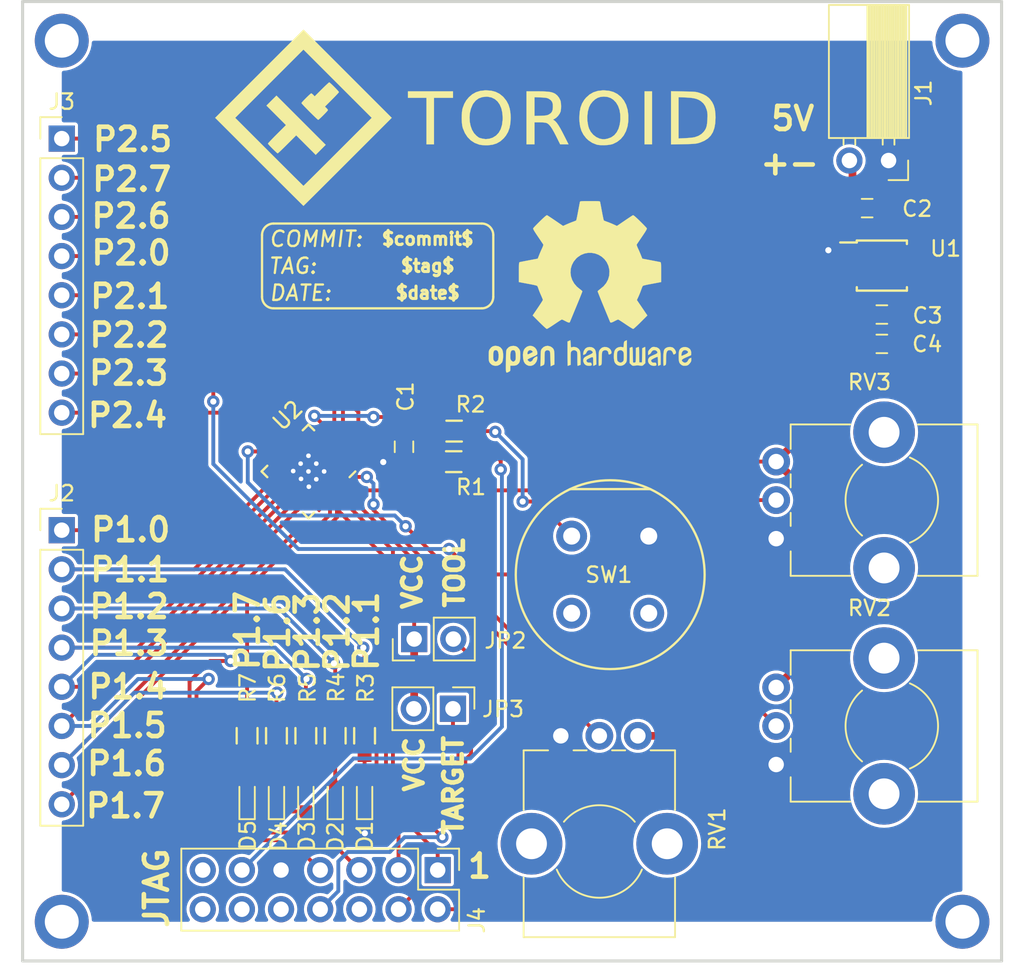
<source format=kicad_pcb>
(kicad_pcb (version 20221018) (generator pcbnew)
  (layers (0 "F.Cu" signal) (31 "B.Cu" signal) (34 "B.Paste" user) (35 "F.Paste" user) (36 "B.SilkS" user "B.Silkscreen") (37 "F.SilkS" user "F.Silkscreen") (38 "B.Mask" user) (39 "F.Mask" user) (44 "Edge.Cuts" user))
  (net 0 "")
  (net 1 "GND")
  (net 2 "/RST")
  (net 3 "Net-(C2-Pad1)")
  (net 4 "/VCC")
  (net 5 "Net-(D1-Pad2)")
  (net 6 "Net-(D2-Pad2)")
  (net 7 "Net-(D3-Pad2)")
  (net 8 "/P1.0")
  (net 9 "/P1.1")
  (net 10 "/P1.2")
  (net 11 "/P1.3")
  (net 12 "/P1.4")
  (net 13 "/P1.5")
  (net 14 "/P1.6")
  (net 15 "/P1.7")
  (net 16 "/P2.7")
  (net 17 "/P2.6")
  (net 18 "/P2.5")
  (net 19 "/P2.4")
  (net 20 "/P2.3")
  (net 21 "/P2.2")
  (net 22 "/P2.1")
  (net 23 "/P2.0")
  (net 24 "Net-(J4-Pad2)")
  (net 25 "Net-(J4-Pad4)")
  (net 26 "/TEST")
  (net 27 "Net-(R2-Pad2)")
  (net 28 "Net-(D4-Pad2)")
  (net 29 "Net-(D5-Pad2)")
  (net 30 "Net-(J4-Pad6)")
  (net 31 "Net-(J4-Pad10)")
  (net 32 "Net-(J4-Pad12)")
  (net 33 "Net-(J4-Pad13)")
  (net 34 "Net-(J4-Pad14)")
  (net 35 "Net-(SW1-Pad1)")
  (net 36 "Net-(SW1-Pad2)")
  (footprint "LEDs:LED_0603" (layer "F.Cu") (at 157.437 89.835 90)
    (fp_text reference "D4" (at -2.4178 0.1446 90) (layer "F.SilkS"))
    (fp_text value "LED")
    (pad "1" smd rect (at -0.8 0 270) (size 0.8 0.8) (layers "F.Cu" "F.Paste" "F.Mask") (net 1 "GND"))
    (pad "2" smd rect (at 0.8 0 270) (size 0.8 0.8) (layers "F.Cu" "F.Paste" "F.Mask") (net 28 "Net-(D4-Pad2)"))
  )
  (footprint "LEDs:LED_0603" (layer "F.Cu") (at 155.532 89.835 90)
    (fp_text reference "D5" (at -2.3416 0.043 90) (layer "F.SilkS"))
    (fp_text value "LED")
    (pad "1" smd rect (at -0.8 0 270) (size 0.8 0.8) (layers "F.Cu" "F.Paste" "F.Mask") (net 1 "GND"))
    (pad "2" smd rect (at 0.8 0 270) (size 0.8 0.8) (layers "F.Cu" "F.Paste" "F.Mask") (net 29 "Net-(D5-Pad2)"))
  )
  (footprint "Resistors_SMD:R_0603_HandSoldering" (layer "F.Cu") (at 157.437 85.725 -90)
    (fp_text reference "R6" (at -3.0988 -0.043 270) (layer "F.SilkS"))
    (fp_text value "330")
    (pad "1" smd rect (at -1.1 0 270) (size 1.2 0.9) (layers "F.Cu" "F.Paste" "F.Mask") (net 14 "/P1.6"))
    (pad "2" smd rect (at 1.1 0 270) (size 1.2 0.9) (layers "F.Cu" "F.Paste" "F.Mask") (net 28 "Net-(D4-Pad2)"))
  )
  (footprint "Resistors_SMD:R_0603_HandSoldering" (layer "F.Cu") (at 155.532 85.725 -90)
    (fp_text reference "R7" (at -3.0988 -0.043 270) (layer "F.SilkS"))
    (fp_text value "330")
    (pad "1" smd rect (at -1.1 0 270) (size 1.2 0.9) (layers "F.Cu" "F.Paste" "F.Mask") (net 15 "/P1.7"))
    (pad "2" smd rect (at 1.1 0 270) (size 1.2 0.9) (layers "F.Cu" "F.Paste" "F.Mask") (net 29 "Net-(D5-Pad2)"))
  )
  (footprint "TOROID-KiCad:ThermalVia_0.3mm" (layer "F.Cu") (at 159.512 67.564)
    (fp_text reference "REF**" hide)
    (fp_text value "ThermalVia_0.3mm" hide)
    (pad "1" thru_hole circle (at 0 0) (size 0.6 0.6) (drill 0.3) (layers "*.Cu") (net 1 "GND"))
  )
  (footprint "TOROID-KiCad:ThermalVia_0.3mm" (layer "F.Cu") (at 160.02 68.072)
    (fp_text reference "REF**" hide)
    (fp_text value "ThermalVia_0.3mm" hide)
    (pad "1" thru_hole circle (at 0 0) (size 0.6 0.6) (drill 0.3) (layers "*.Cu") (net 1 "GND"))
  )
  (footprint "TOROID-KiCad:ThermalVia_0.3mm" (layer "F.Cu") (at 160.528 68.58)
    (fp_text reference "REF**" hide)
    (fp_text value "ThermalVia_0.3mm" hide)
    (pad "1" thru_hole circle (at 0 0) (size 0.6 0.6) (drill 0.3) (layers "*.Cu") (net 1 "GND"))
  )
  (footprint "TOROID-KiCad:ThermalVia_0.3mm" (layer "F.Cu") (at 160.02 69.088)
    (fp_text reference "REF**" hide)
    (fp_text value "ThermalVia_0.3mm" hide)
    (pad "1" thru_hole circle (at 0 0) (size 0.6 0.6) (drill 0.3) (layers "*.Cu") (net 1 "GND"))
  )
  (footprint "TOROID-KiCad:ThermalVia_0.3mm" (layer "F.Cu") (at 159.512 68.58)
    (fp_text reference "REF**" hide)
    (fp_text value "ThermalVia_0.3mm" hide)
    (pad "1" thru_hole circle (at 0 0) (size 0.6 0.6) (drill 0.3) (layers "*.Cu") (net 1 "GND"))
  )
  (footprint "TOROID-KiCad:ThermalVia_0.3mm" (layer "F.Cu") (at 159.004 68.072)
    (fp_text reference "REF**" hide)
    (fp_text value "ThermalVia_0.3mm" hide)
    (pad "1" thru_hole circle (at 0 0) (size 0.6 0.6) (drill 0.3) (layers "*.Cu") (net 1 "GND"))
  )
  (footprint "TOROID-KiCad:ThermalVia_0.3mm" (layer "F.Cu") (at 159.5374 69.5706)
    (fp_text reference "REF**" hide)
    (fp_text value "ThermalVia_0.3mm" hide)
    (pad "1" thru_hole circle (at 0 0) (size 0.6 0.6) (drill 0.3) (layers "*.Cu") (net 1 "GND"))
  )
  (footprint "TOROID-KiCad:ThermalVia_0.3mm" (layer "F.Cu") (at 158.5214 68.5546)
    (fp_text reference "REF**" hide)
    (fp_text value "ThermalVia_0.3mm" hide)
    (pad "1" thru_hole circle (at 0 0) (size 0.6 0.6) (drill 0.3) (layers "*.Cu") (net 1 "GND"))
  )
  (footprint "TOROID-KiCad:ThermalVia_0.3mm" (layer "F.Cu") (at 159.0294 69.0626)
    (fp_text reference "REF**" hide)
    (fp_text value "ThermalVia_0.3mm" hide)
    (pad "1" thru_hole circle (at 0 0) (size 0.6 0.6) (drill 0.3) (layers "*.Cu") (net 1 "GND"))
  )
  (footprint "TOROID-KiCad:Logo_and_Name_32mm_FSilk" (layer "F.Cu") (at 169.6974 45.6438)
    (fp_text reference "G***" hide)
    (fp_text value "TOROID" hide)
  )
  (footprint "Symbols:OSHW-Logo2_14.6x12mm_SilkScreen" (layer "F.Cu") (at 177.7746 56.5912)
    (fp_text reference "REF***" hide)
    (fp_text value "OSHW-Logo2_14.6x12mm_SilkScreen" hide)
  )
  (footprint "Capacitors_SMD:C_0603_HandSoldering" (layer "F.Cu") (at 165.7096 66.9798 -90)
    (fp_text reference "C1" (at -3.2512 -0.1016 270) (layer "F.SilkS"))
    (fp_text value "1nF")
    (pad "1" smd rect (at -0.95 0 270) (size 1.2 0.75) (layers "F.Cu" "F.Paste" "F.Mask") (net 2 "/RST"))
    (pad "2" smd rect (at 0.95 0 270) (size 1.2 0.75) (layers "F.Cu" "F.Paste" "F.Mask") (net 1 "GND"))
  )
  (footprint "Capacitors_SMD:C_0603_HandSoldering" (layer "F.Cu") (at 195.75 51.5)
    (fp_text reference "C2" (at 3.2438 0.0434) (layer "F.SilkS"))
    (fp_text value "100nF")
    (pad "1" smd rect (at -0.95 0) (size 1.2 0.75) (layers "F.Cu" "F.Paste" "F.Mask") (net 3 "Net-(C2-Pad1)"))
    (pad "2" smd rect (at 0.95 0) (size 1.2 0.75) (layers "F.Cu" "F.Paste" "F.Mask") (net 1 "GND"))
  )
  (footprint "Capacitors_SMD:C_0603_HandSoldering" (layer "F.Cu") (at 196.705 58.402)
    (fp_text reference "C3" (at 2.9644 0.0688) (layer "F.SilkS"))
    (fp_text value "100nF")
    (pad "1" smd rect (at -0.95 0) (size 1.2 0.75) (layers "F.Cu" "F.Paste" "F.Mask") (net 4 "/VCC"))
    (pad "2" smd rect (at 0.95 0) (size 1.2 0.75) (layers "F.Cu" "F.Paste" "F.Mask") (net 1 "GND"))
  )
  (footprint "Capacitors_SMD:C_0603_HandSoldering" (layer "F.Cu") (at 196.705 60.307)
    (fp_text reference "C4" (at 2.939 0.018) (layer "F.SilkS"))
    (fp_text value "10uF")
    (pad "1" smd rect (at -0.95 0) (size 1.2 0.75) (layers "F.Cu" "F.Paste" "F.Mask") (net 4 "/VCC"))
    (pad "2" smd rect (at 0.95 0) (size 1.2 0.75) (layers "F.Cu" "F.Paste" "F.Mask") (net 1 "GND"))
  )
  (footprint "LEDs:LED_0603" (layer "F.Cu") (at 163.152 89.835 90)
    (fp_text reference "D1" (at -2.3924 0.0176 90) (layer "F.SilkS"))
    (fp_text value "LED")
    (pad "1" smd rect (at -0.8 0 270) (size 0.8 0.8) (layers "F.Cu" "F.Paste" "F.Mask") (net 1 "GND"))
    (pad "2" smd rect (at 0.8 0 270) (size 0.8 0.8) (layers "F.Cu" "F.Paste" "F.Mask") (net 5 "Net-(D1-Pad2)"))
  )
  (footprint "LEDs:LED_0603" (layer "F.Cu") (at 161.247 89.835 90)
    (fp_text reference "D2" (at -2.4432 0.0176 90) (layer "F.SilkS"))
    (fp_text value "LED")
    (pad "1" smd rect (at -0.8 0 270) (size 0.8 0.8) (layers "F.Cu" "F.Paste" "F.Mask") (net 1 "GND"))
    (pad "2" smd rect (at 0.8 0 270) (size 0.8 0.8) (layers "F.Cu" "F.Paste" "F.Mask") (net 6 "Net-(D2-Pad2)"))
  )
  (footprint "LEDs:LED_0603" (layer "F.Cu") (at 159.342 89.835 90)
    (fp_text reference "D3" (at -2.4178 0.0684 90) (layer "F.SilkS"))
    (fp_text value "LED")
    (pad "1" smd rect (at -0.8 0 270) (size 0.8 0.8) (layers "F.Cu" "F.Paste" "F.Mask") (net 1 "GND"))
    (pad "2" smd rect (at 0.8 0 270) (size 0.8 0.8) (layers "F.Cu" "F.Paste" "F.Mask") (net 7 "Net-(D3-Pad2)"))
  )
  (footprint "Socket_Strips:Socket_Strip_Angled_1x02_Pitch2.54mm" (layer "F.Cu") (at 197.14 48.412 -90)
    (fp_text reference "J1" (at -4.38 -2.27 270) (layer "F.SilkS"))
    (fp_text value "VIN")
    (pad "1" thru_hole rect (at 0 0 270) (size 1.7 1.7) (drill 1) (layers "*.Cu" "*.Mask") (net 1 "GND"))
    (pad "2" thru_hole oval (at 0 2.54 270) (size 1.7 1.7) (drill 1) (layers "*.Cu" "*.Mask") (net 3 "Net-(C2-Pad1)"))
  )
  (footprint "Pin_Headers:Pin_Header_Straight_1x08_Pitch2.54mm" (layer "F.Cu") (at 143.51 72.39)
    (fp_text reference "J2" (at 0 -2.39) (layer "F.SilkS"))
    (fp_text value "P1.X")
    (pad "1" thru_hole rect (at 0 0) (size 1.7 1.7) (drill 1) (layers "*.Cu" "*.Mask") (net 8 "/P1.0"))
    (pad "2" thru_hole oval (at 0 2.54) (size 1.7 1.7) (drill 1) (layers "*.Cu" "*.Mask") (net 9 "/P1.1"))
    (pad "3" thru_hole oval (at 0 5.08) (size 1.7 1.7) (drill 1) (layers "*.Cu" "*.Mask") (net 10 "/P1.2"))
    (pad "4" thru_hole oval (at 0 7.62) (size 1.7 1.7) (drill 1) (layers "*.Cu" "*.Mask") (net 11 "/P1.3"))
    (pad "5" thru_hole oval (at 0 10.16) (size 1.7 1.7) (drill 1) (layers "*.Cu" "*.Mask") (net 12 "/P1.4"))
    (pad "6" thru_hole oval (at 0 12.7) (size 1.7 1.7) (drill 1) (layers "*.Cu" "*.Mask") (net 13 "/P1.5"))
    (pad "7" thru_hole oval (at 0 15.24) (size 1.7 1.7) (drill 1) (layers "*.Cu" "*.Mask") (net 14 "/P1.6"))
    (pad "8" thru_hole oval (at 0 17.78) (size 1.7 1.7) (drill 1) (layers "*.Cu" "*.Mask") (net 15 "/P1.7"))
  )
  (footprint "Pin_Headers:Pin_Header_Straight_1x08_Pitch2.54mm" (layer "F.Cu") (at 143.51 46.99)
    (fp_text reference "J3" (at 0 -2.39) (layer "F.SilkS"))
    (fp_text value "P2.X")
    (pad "1" thru_hole rect (at 0 0) (size 1.7 1.7) (drill 1) (layers "*.Cu" "*.Mask") (net 18 "/P2.5"))
    (pad "2" thru_hole oval (at 0 2.54) (size 1.7 1.7) (drill 1) (layers "*.Cu" "*.Mask") (net 16 "/P2.7"))
    (pad "3" thru_hole oval (at 0 5.08) (size 1.7 1.7) (drill 1) (layers "*.Cu" "*.Mask") (net 17 "/P2.6"))
    (pad "4" thru_hole oval (at 0 7.62) (size 1.7 1.7) (drill 1) (layers "*.Cu" "*.Mask") (net 23 "/P2.0"))
    (pad "5" thru_hole oval (at 0 10.16) (size 1.7 1.7) (drill 1) (layers "*.Cu" "*.Mask") (net 22 "/P2.1"))
    (pad "6" thru_hole oval (at 0 12.7) (size 1.7 1.7) (drill 1) (layers "*.Cu" "*.Mask") (net 21 "/P2.2"))
    (pad "7" thru_hole oval (at 0 15.24) (size 1.7 1.7) (drill 1) (layers "*.Cu" "*.Mask") (net 20 "/P2.3"))
    (pad "8" thru_hole oval (at 0 17.78) (size 1.7 1.7) (drill 1) (layers "*.Cu" "*.Mask") (net 19 "/P2.4"))
  )
  (footprint "Pin_Headers:Pin_Header_Straight_2x07_Pitch2.54mm" (layer "F.Cu") (at 167.894 94.4372 -90)
    (fp_text reference "J4" (at 3.2512 -2.54 270) (layer "F.SilkS"))
    (fp_text value "JTAG-MSP430")
    (pad "1" thru_hole rect (at 0 0 270) (size 1.7 1.7) (drill 1) (layers "*.Cu" "*.Mask") (net 15 "/P1.7"))
    (pad "2" thru_hole oval (at 2.54 0 270) (size 1.7 1.7) (drill 1) (layers "*.Cu" "*.Mask") (net 24 "Net-(J4-Pad2)"))
    (pad "3" thru_hole oval (at 0 2.54 270) (size 1.7 1.7) (drill 1) (layers "*.Cu" "*.Mask") (net 14 "/P1.6"))
    (pad "4" thru_hole oval (at 2.54 2.54 270) (size 1.7 1.7) (drill 1) (layers "*.Cu" "*.Mask") (net 25 "Net-(J4-Pad4)"))
    (pad "5" thru_hole oval (at 0 5.08 270) (size 1.7 1.7) (drill 1) (layers "*.Cu" "*.Mask") (net 13 "/P1.5"))
    (pad "6" thru_hole oval (at 2.54 5.08 270) (size 1.7 1.7) (drill 1) (layers "*.Cu" "*.Mask") (net 30 "Net-(J4-Pad6)"))
    (pad "7" thru_hole oval (at 0 7.62 270) (size 1.7 1.7) (drill 1) (layers "*.Cu" "*.Mask") (net 12 "/P1.4"))
    (pad "8" thru_hole oval (at 2.54 7.62 270) (size 1.7 1.7) (drill 1) (layers "*.Cu" "*.Mask") (net 26 "/TEST"))
    (pad "9" thru_hole oval (at 0 10.16 270) (size 1.7 1.7) (drill 1) (layers "*.Cu" "*.Mask") (net 1 "GND"))
    (pad "10" thru_hole oval (at 2.54 10.16 270) (size 1.7 1.7) (drill 1) (layers "*.Cu" "*.Mask") (net 31 "Net-(J4-Pad10)"))
    (pad "11" thru_hole oval (at 0 12.7 270) (size 1.7 1.7) (drill 1) (layers "*.Cu" "*.Mask") (net 2 "/RST"))
    (pad "12" thru_hole oval (at 2.54 12.7 270) (size 1.7 1.7) (drill 1) (layers "*.Cu" "*.Mask") (net 32 "Net-(J4-Pad12)"))
    (pad "13" thru_hole oval (at 0 15.24 270) (size 1.7 1.7) (drill 1) (layers "*.Cu" "*.Mask") (net 33 "Net-(J4-Pad13)"))
    (pad "14" thru_hole oval (at 2.54 15.24 270) (size 1.7 1.7) (drill 1) (layers "*.Cu" "*.Mask") (net 34 "Net-(J4-Pad14)"))
  )
  (footprint "Pin_Headers:Pin_Header_Straight_1x02_Pitch2.54mm" (layer "F.Cu") (at 166.37 79.4512 90)
    (fp_text reference "JP2" (at -0.1016 5.9182 180) (layer "F.SilkS"))
    (fp_text value "VCCTOOL")
    (pad "1" thru_hole rect (at 0 0 90) (size 1.7 1.7) (drill 1) (layers "*.Cu" "*.Mask") (net 4 "/VCC"))
    (pad "2" thru_hole oval (at 0 2.54 90) (size 1.7 1.7) (drill 1) (layers "*.Cu" "*.Mask") (net 24 "Net-(J4-Pad2)"))
  )
  (footprint "Pin_Headers:Pin_Header_Straight_1x02_Pitch2.54mm" (layer "F.Cu") (at 168.8846 83.9724 -90)
    (fp_text reference "JP3" (at 0.0254 -3.2512) (layer "F.SilkS"))
    (fp_text value "VCCTARGET")
    (pad "1" thru_hole rect (at 0 0 270) (size 1.7 1.7) (drill 1) (layers "*.Cu" "*.Mask") (net 25 "Net-(J4-Pad4)"))
    (pad "2" thru_hole oval (at 0 2.54 270) (size 1.7 1.7) (drill 1) (layers "*.Cu" "*.Mask") (net 4 "/VCC"))
  )
  (footprint "Mounting_Holes:MountingHole_2.2mm_M2_ISO7380_Pad" (layer "F.Cu") (at 143.51 97.79)
    (fp_text reference "MNT1" hide)
    (fp_text value "MountHole")
    (pad "1" thru_hole circle (at 0 0) (size 3.5 3.5) (drill 2.2) (layers "*.Cu" "*.Mask"))
  )
  (footprint "Mounting_Holes:MountingHole_2.2mm_M2_ISO7380_Pad" (layer "F.Cu") (at 201.93 40.64)
    (fp_text reference "MNT2" hide)
    (fp_text value "MountHole")
    (pad "1" thru_hole circle (at 0 0) (size 3.5 3.5) (drill 2.2) (layers "*.Cu" "*.Mask"))
  )
  (footprint "Mounting_Holes:MountingHole_2.2mm_M2_ISO7380_Pad" (layer "F.Cu") (at 201.93 97.79)
    (fp_text reference "MNT3" hide)
    (fp_text value "MountHole")
    (pad "1" thru_hole circle (at 0 0) (size 3.5 3.5) (drill 2.2) (layers "*.Cu" "*.Mask"))
  )
  (footprint "Mounting_Holes:MountingHole_2.2mm_M2_ISO7380_Pad" (layer "F.Cu") (at 143.51 40.64)
    (fp_text reference "MNT4" hide)
    (fp_text value "MountHole")
    (pad "1" thru_hole circle (at 0 0) (size 3.5 3.5) (drill 2.2) (layers "*.Cu" "*.Mask"))
  )
  (footprint "Resistors_SMD:R_0603_HandSoldering" (layer "F.Cu") (at 168.9354 67.945 180)
    (fp_text reference "R1" (at -1.1176 -1.651 180) (layer "F.SilkS"))
    (fp_text value "33k")
    (pad "1" smd rect (at -1.1 0 180) (size 1.2 0.9) (layers "F.Cu" "F.Paste" "F.Mask") (net 4 "/VCC"))
    (pad "2" smd rect (at 1.1 0 180) (size 1.2 0.9) (layers "F.Cu" "F.Paste" "F.Mask") (net 2 "/RST"))
  )
  (footprint "Resistors_SMD:R_0603_HandSoldering" (layer "F.Cu") (at 168.9608 65.9638)
    (fp_text reference "R2" (at 1.0668 -1.7272) (layer "F.SilkS"))
    (fp_text value "330")
    (pad "1" smd rect (at -1.1 0) (size 1.2 0.9) (layers "F.Cu" "F.Paste" "F.Mask") (net 2 "/RST"))
    (pad "2" smd rect (at 1.1 0) (size 1.2 0.9) (layers "F.Cu" "F.Paste" "F.Mask") (net 27 "Net-(R2-Pad2)"))
  )
  (footprint "Resistors_SMD:R_0603_HandSoldering" (layer "F.Cu") (at 163.152 85.725 -90)
    (fp_text reference "R3" (at -3.0988 -0.0684 270) (layer "F.SilkS"))
    (fp_text value "330")
    (pad "1" smd rect (at -1.1 0 270) (size 1.2 0.9) (layers "F.Cu" "F.Paste" "F.Mask") (net 9 "/P1.1"))
    (pad "2" smd rect (at 1.1 0 270) (size 1.2 0.9) (layers "F.Cu" "F.Paste" "F.Mask") (net 5 "Net-(D1-Pad2)"))
  )
  (footprint "Resistors_SMD:R_0603_HandSoldering" (layer "F.Cu") (at 161.247 85.725 -90)
    (fp_text reference "R4" (at -3.1242 -0.0684 270) (layer "F.SilkS"))
    (fp_text value "330")
    (pad "1" smd rect (at -1.1 0 270) (size 1.2 0.9) (layers "F.Cu" "F.Paste" "F.Mask") (net 10 "/P1.2"))
    (pad "2" smd rect (at 1.1 0 270) (size 1.2 0.9) (layers "F.Cu" "F.Paste" "F.Mask") (net 6 "Net-(D2-Pad2)"))
  )
  (footprint "Resistors_SMD:R_0603_HandSoldering" (layer "F.Cu") (at 159.342 85.725 -90)
    (fp_text reference "R5" (at -3.0988 -0.1192 270) (layer "F.SilkS"))
    (fp_text value "330")
    (pad "1" smd rect (at -1.1 0 270) (size 1.2 0.9) (layers "F.Cu" "F.Paste" "F.Mask") (net 11 "/P1.3"))
    (pad "2" smd rect (at 1.1 0 270) (size 1.2 0.9) (layers "F.Cu" "F.Paste" "F.Mask") (net 7 "Net-(D3-Pad2)"))
  )
  (footprint "Potentiometers:Potentiometer_Bourns_PTV09A-1_Horizontal" (layer "F.Cu") (at 175.88 85.73 -90)
    (fp_text reference "RV1" (at 6.05 -10.15 270) (layer "F.SilkS"))
    (fp_text value "POT")
    (pad "" np_thru_hole circle (at 7 -6.9 270) (size 4 4) (drill 2) (layers "*.Cu" "*.Mask"))
    (pad "" np_thru_hole circle (at 7 1.9 270) (size 4 4) (drill 2) (layers "*.Cu" "*.Mask"))
    (pad "1" thru_hole circle (at 0 0 270) (size 1.8 1.8) (drill 1) (layers "*.Cu" "*.Mask") (net 1 "GND"))
    (pad "2" thru_hole circle (at 0 -2.5 270) (size 1.8 1.8) (drill 1) (layers "*.Cu" "*.Mask") (net 18 "/P2.5"))
    (pad "3" thru_hole circle (at 0 -5 270) (size 1.8 1.8) (drill 1) (layers "*.Cu" "*.Mask") (net 4 "/VCC"))
  )
  (footprint "Potentiometers:Potentiometer_Bourns_PTV09A-1_Horizontal" (layer "F.Cu") (at 189.85 87.59)
    (fp_text reference "RV2" (at 6.05 -10.15) (layer "F.SilkS"))
    (fp_text value "POT")
    (pad "" np_thru_hole circle (at 7 -6.9) (size 4 4) (drill 2) (layers "*.Cu" "*.Mask"))
    (pad "" np_thru_hole circle (at 7 1.9) (size 4 4) (drill 2) (layers "*.Cu" "*.Mask"))
    (pad "1" thru_hole circle (at 0 0) (size 1.8 1.8) (drill 1) (layers "*.Cu" "*.Mask") (net 1 "GND"))
    (pad "2" thru_hole circle (at 0 -2.5) (size 1.8 1.8) (drill 1) (layers "*.Cu" "*.Mask") (net 19 "/P2.4"))
    (pad "3" thru_hole circle (at 0 -5) (size 1.8 1.8) (drill 1) (layers "*.Cu" "*.Mask") (net 4 "/VCC"))
  )
  (footprint "Potentiometers:Potentiometer_Bourns_PTV09A-1_Horizontal" (layer "F.Cu") (at 189.85 72.94)
    (fp_text reference "RV3" (at 6.05 -10.15) (layer "F.SilkS"))
    (fp_text value "POT")
    (pad "" np_thru_hole circle (at 7 -6.9) (size 4 4) (drill 2) (layers "*.Cu" "*.Mask"))
    (pad "" np_thru_hole circle (at 7 1.9) (size 4 4) (drill 2) (layers "*.Cu" "*.Mask"))
    (pad "1" thru_hole circle (at 0 0) (size 1.8 1.8) (drill 1) (layers "*.Cu" "*.Mask") (net 1 "GND"))
    (pad "2" thru_hole circle (at 0 -2.5) (size 1.8 1.8) (drill 1) (layers "*.Cu" "*.Mask") (net 20 "/P2.3"))
    (pad "3" thru_hole circle (at 0 -5) (size 1.8 1.8) (drill 1) (layers "*.Cu" "*.Mask") (net 4 "/VCC"))
  )
  (footprint "Buttons_Switches_THT:Push_E-Switch_KS01Q01" (layer "F.Cu") (at 181.5846 77.7748 180)
    (fp_text reference "SW1" (at 2.5908 2.4892 180) (layer "F.SilkS"))
    (fp_text value "SW_Push_Dual")
    (pad "1" thru_hole circle (at 0 0 180) (size 2 2) (drill 1.1) (layers "*.Cu" "*.Mask") (net 35 "Net-(SW1-Pad1)"))
    (pad "2" thru_hole circle (at 5 0 180) (size 2 2) (drill 1.1) (layers "*.Cu" "*.Mask") (net 36 "Net-(SW1-Pad2)"))
    (pad "3" thru_hole circle (at 0 5 180) (size 2 2) (drill 1.1) (layers "*.Cu" "*.Mask") (net 1 "GND"))
    (pad "4" thru_hole circle (at 5 5 180) (size 2 2) (drill 1.1) (layers "*.Cu" "*.Mask") (net 27 "Net-(R2-Pad2)"))
  )
  (footprint "Housings_SSOP:TSSOP-8_3x3mm_Pitch0.65mm" (layer "F.Cu") (at 196.705 55.227)
    (fp_text reference "U1" (at 4.1328 -1.0996) (layer "F.SilkS"))
    (fp_text value "ADP1720ARMZ-3.3-R7")
    (pad "1" smd rect (at -2.15 -0.975) (size 1.1 0.4) (layers "F.Cu" "F.Paste" "F.Mask") (net 1 "GND"))
    (pad "2" smd rect (at -2.15 -0.325) (size 1.1 0.4) (layers "F.Cu" "F.Paste" "F.Mask") (net 3 "Net-(C2-Pad1)"))
    (pad "3" smd rect (at -2.15 0.325) (size 1.1 0.4) (layers "F.Cu" "F.Paste" "F.Mask") (net 4 "/VCC"))
    (pad "4" smd rect (at -2.15 0.975) (size 1.1 0.4) (layers "F.Cu" "F.Paste" "F.Mask") (net 3 "Net-(C2-Pad1)"))
    (pad "5" smd rect (at 2.15 0.975) (size 1.1 0.4) (layers "F.Cu" "F.Paste" "F.Mask") (net 1 "GND"))
    (pad "6" smd rect (at 2.15 0.325) (size 1.1 0.4) (layers "F.Cu" "F.Paste" "F.Mask") (net 1 "GND"))
    (pad "7" smd rect (at 2.15 -0.325) (size 1.1 0.4) (layers "F.Cu" "F.Paste" "F.Mask") (net 1 "GND"))
    (pad "8" smd rect (at 2.15 -0.975) (size 1.1 0.4) (layers "F.Cu" "F.Paste" "F.Mask") (net 1 "GND"))
  )
  (footprint "Housings_DFN_QFN:QFN-24_4x4mm_Pitch0.5mm_NoMask" (layer "F.Cu") (at 159.512 68.58 -135)
    (fp_text reference "U2" (at -1.616446 3.52026 225) (layer "F.SilkS"))
    (fp_text value "MSP430F2101IRGE")
    (pad "1" smd rect (at -1.95 -1.25 225) (size 0.85 0.3) (layers "F.Cu" "F.Paste" "F.Mask"))
    (pad "2" smd rect (at -1.95 -0.75 225) (size 0.85 0.3) (layers "F.Cu" "F.Paste" "F.Mask") (net 1 "GND"))
    (pad "3" smd rect (at -1.95 -0.25 225) (size 0.85 0.3) (layers "F.Cu" "F.Paste" "F.Mask") (net 16 "/P2.7"))
    (pad "4" smd rect (at -1.95 0.25 225) (size 0.85 0.3) (layers "F.Cu" "F.Paste" "F.Mask") (net 17 "/P2.6"))
    (pad "5" smd rect (at -1.95 0.75 225) (size 0.85 0.3) (layers "F.Cu" "F.Paste" "F.Mask") (net 2 "/RST"))
    (pad "6" smd rect (at -1.95 1.25 225) (size 0.85 0.3) (layers "F.Cu" "F.Paste" "F.Mask") (net 23 "/P2.0"))
    (pad "7" smd rect (at -1.25 1.95 315) (size 0.85 0.3) (layers "F.Cu" "F.Paste" "F.Mask") (net 22 "/P2.1"))
    (pad "8" smd rect (at -0.75 1.95 315) (size 0.85 0.3) (layers "F.Cu" "F.Paste" "F.Mask") (net 21 "/P2.2"))
    (pad "9" smd rect (at -0.25 1.95 315) (size 0.85 0.3) (layers "F.Cu" "F.Paste" "F.Mask"))
    (pad "10" smd rect (at 0.25 1.95 315) (size 0.85 0.3) (layers "F.Cu" "F.Paste" "F.Mask") (net 20 "/P2.3"))
    (pad "11" smd rect (at 0.75 1.95 315) (size 0.85 0.3) (layers "F.Cu" "F.Paste" "F.Mask") (net 19 "/P2.4"))
    (pad "12" smd rect (at 1.25 1.95 315) (size 0.85 0.3) (layers "F.Cu" "F.Paste" "F.Mask"))
    (pad "13" smd rect (at 1.95 1.25 225) (size 0.85 0.3) (layers "F.Cu" "F.Paste" "F.Mask") (net 8 "/P1.0"))
    (pad "14" smd rect (at 1.95 0.75 225) (size 0.85 0.3) (layers "F.Cu" "F.Paste" "F.Mask") (net 9 "/P1.1"))
    (pad "15" smd rect (at 1.95 0.25 225) (size 0.85 0.3) (layers "F.Cu" "F.Paste" "F.Mask") (net 10 "/P1.2"))
    (pad "16" smd rect (at 1.95 -0.25 225) (size 0.85 0.3) (layers "F.Cu" "F.Paste" "F.Mask") (net 11 "/P1.3"))
    (pad "17" smd rect (at 1.95 -0.75 225) (size 0.85 0.3) (layers "F.Cu" "F.Paste" "F.Mask") (net 12 "/P1.4"))
    (pad "18" smd rect (at 1.95 -1.25 225) (size 0.85 0.3) (layers "F.Cu" "F.Paste" "F.Mask") (net 13 "/P1.5"))
    (pad "19" smd rect (at 1.25 -1.95 315) (size 0.85 0.3) (layers "F.Cu" "F.Paste" "F.Mask"))
    (pad "20" smd rect (at 0.75 -1.95 315) (size 0.85 0.3) (layers "F.Cu" "F.Paste" "F.Mask") (net 14 "/P1.6"))
    (pad "21" smd rect (at 0.25 -1.95 315) (size 0.85 0.3) (layers "F.Cu" "F.Paste" "F.Mask") (net 15 "/P1.7"))
    (pad "22" smd rect (at -0.25 -1.95 315) (size 0.85 0.3) (layers "F.Cu" "F.Paste" "F.Mask") (net 26 "/TEST"))
    (pad "23" smd rect (at -0.75 -1.95 315) (size 0.85 0.3) (layers "F.Cu" "F.Paste" "F.Mask") (net 4 "/VCC"))
    (pad "24" smd rect (at -1.25 -1.95 315) (size 0.85 0.3) (layers "F.Cu" "F.Paste" "F.Mask") (net 18 "/P2.5"))
  )
  (footprint "toroid-kicad:commit-trace" (layer "F.Cu") (at 164 55.5)
    (fp_text reference "REF**" hide)
    (fp_text value "commit-trace-small" hide)
    (fp_text user "DATE:" (at -5 1.5) (layer "F.SilkS") (effects (font (thickness 0.15) italic)))
    (fp_text user "TAG:" (at -5.5 -0.25) (layer "F.SilkS") (effects (font (thickness 0.15) italic)))
    (fp_text user "$date$" (at 3.25 1.5) (layer "F.SilkS") (effects (font (size 0.8 0.8) (thickness 0.2))))
    (fp_text user "COMMIT:" (at -4 -2) (layer "F.SilkS") (effects (font (thickness 0.15) italic)))
    (fp_text user "$tag$" (at 3.25 -0.25) (layer "F.SilkS") (effects (font (size 0.8 0.8) (thickness 0.2))))
    (fp_text user "$commit$" (at 3.25 -2) (layer "F.SilkS") (effects (font (size 0.8 0.8) (thickness 0.2))))
  )
  (gr_line (start 204.47 100.33) (end 140.97 100.33) (stroke (width 0.2)) (layer "Edge.Cuts"))
  (gr_line (start 140.97 38.1) (end 204.47 38.1) (stroke (width 0.2)) (layer "Edge.Cuts"))
  (gr_line (start 140.97 100.33) (end 140.97 38.1) (stroke (width 0.2)) (layer "Edge.Cuts"))
  (gr_line (start 204.47 38.1) (end 204.47 100.33) (stroke (width 0.2)) (layer "Edge.Cuts"))
  (gr_text "P1.1" (at 147.9296 74.9554) (layer "F.SilkS") (effects (font (size 1.5 1.5) (thickness 0.3))))
  (gr_text "P1.2" (at 147.8788 77.343) (layer "F.SilkS") (effects (font (size 1.5 1.5) (thickness 0.3))))
  (gr_text "P1.3" (at 147.8788 79.7306) (layer "F.SilkS") (effects (font (size 1.5 1.5) (thickness 0.3))))
  (gr_text "P1.4" (at 147.8026 82.55) (layer "F.SilkS") (effects (font (size 1.5 1.5) (thickness 0.3))))
  (gr_text "P1.5" (at 147.7518 85.0646) (layer "F.SilkS") (effects (font (size 1.5 1.5) (thickness 0.3))))
  (gr_text "P1.6" (at 147.7264 87.5284) (layer "F.SilkS") (effects (font (size 1.5 1.5) (thickness 0.3))))
  (gr_text "P1.7" (at 147.6502 90.2716) (layer "F.SilkS") (effects (font (size 1.5 1.5) (thickness 0.3))))
  (gr_text "P2.3" (at 147.8534 62.2046) (layer "F.SilkS") (effects (font (size 1.5 1.5) (thickness 0.3))))
  (gr_text "P2.6" (at 148.0058 52.0192) (layer "F.SilkS") (effects (font (size 1.5 1.5) (thickness 0.3))))
  (gr_text "P2.1" (at 147.9296 57.2262) (layer "F.SilkS") (effects (font (size 1.5 1.5) (thickness 0.3))))
  (gr_text "P2.2" (at 147.8788 59.7408) (layer "F.SilkS") (effects (font (size 1.5 1.5) (thickness 0.3))))
  (gr_text "P2.4" (at 147.7772 64.9478) (layer "F.SilkS") (effects (font (size 1.5 1.5) (thickness 0.3))))
  (gr_text "P2.0" (at 148.0058 54.4068) (layer "F.SilkS") (effects (font (size 1.5 1.5) (thickness 0.3))))
  (gr_text "P2.5" (at 148.1074 47.0408) (layer "F.SilkS") (effects (font (size 1.5 1.5) (thickness 0.3))))
  (gr_text "P2.7" (at 148.0566 49.6316) (layer "F.SilkS") (effects (font (size 1.5 1.5) (thickness 0.3))))
  (gr_text "P1.7" (at 155.5496 78.8924 90) (layer "F.SilkS") (effects (font (size 1.5 1.5) (thickness 0.3))))
  (gr_text "P1.6" (at 157.5054 79.0194 90) (layer "F.SilkS") (effects (font (size 1.5 1.5) (thickness 0.3))))
  (gr_text "P1.3" (at 159.4358 78.994 90) (layer "F.SilkS") (effects (font (size 1.5 1.5) (thickness 0.3))))
  (gr_text "P1.2" (at 161.3662 78.994 90) (layer "F.SilkS") (effects (font (size 1.5 1.5) (thickness 0.3))))
  (gr_text "P1.1" (at 163.2712 78.9432 90) (layer "F.SilkS") (effects (font (size 1.5 1.5) (thickness 0.3))))
  (gr_text "TOOL" (at 168.9862 75.1586 90) (layer "F.SilkS") (effects (font (size 1.2 1.2) (thickness 0.3))))
  (gr_text "VCC" (at 166.37 87.5792 90) (layer "F.SilkS") (effects (font (size 1.2 1.2) (thickness 0.3))))
  (gr_text "TARGET" (at 168.91 88.9508 90) (layer "F.SilkS") (effects (font (size 1.2 1.2) (thickness 0.3))))
  (gr_text "JTAG" (at 149.6568 95.6056 90) (layer "F.SilkS") (effects (font (size 1.5 1.5) (thickness 0.3))))
  (gr_text "VCC" (at 166.243 75.7428 90) (layer "F.SilkS") (effects (font (size 1.2 1.2) (thickness 0.3))))
  (gr_text "P1.0" (at 147.9804 72.3646) (layer "F.SilkS") (effects (font (size 1.5 1.5) (thickness 0.3))))
  (gr_text "+-" (at 190.7228 48.5608) (layer "F.SilkS") (effects (font (size 1.5 1.5) (thickness 0.3))))
  (gr_text "5V" (at 190.926 45.6906) (layer "F.SilkS") (effects (font (size 1.5 1.5) (thickness 0.3))))
  (gr_text "1" (at 170.6118 94.1832) (layer "F.SilkS") (effects (font (size 1.5 1.5) (thickness 0.3))))
  (segment (start 197.655 48.927) (end 197.14 48.412) (width 0.25) (layer "F.Cu") (net 1))
  (segment (start 159.342 90.635) (end 157.437 90.635) (width 0.25) (layer "F.Cu") (net 1))
  (segment (start 198.855 57.895) (end 198.855 57.202) (width 0.5) (layer "F.Cu") (net 1))
  (segment (start 160.57266 68.58) (end 160.528 68.58) (width 0.25) (layer "F.Cu") (net 1))
  (segment (start 165.7096 67.9298) (end 164.404 67.9298) (width 0.25) (layer "F.Cu") (net 1))
  (segment (start 196.7 48.885754) (end 196.7 51.5) (width 0.5) (layer "F.Cu") (net 1))
  (segment (start 161.247 90.635) (end 159.342 90.635) (width 0.25) (layer "F.Cu") (net 1))
  (segment (start 198.855 56.202) (end 198.855 55.552) (width 0.5) (layer "F.Cu") (net 1))
  (segment (start 196.7 51.5) (end 196.925 51.5) (width 0.5) (layer "F.Cu") (net 1))
  (segment (start 157.437 90.635) (end 155.532 90.635) (width 0.25) (layer "F.Cu") (net 1))
  (segment (start 161.421188 67.731472) (end 160.57266 68.58) (width 0.25) (layer "F.Cu") (net 1))
  (segment (start 163.152 92.032) (end 163.1696 92.0496) (width 0.25) (layer "F.Cu") (net 1))
  (segment (start 197.655 60.307) (end 197.655 58.402) (width 0.5) (layer "F.Cu") (net 1))
  (segment (start 198.348 58.402) (end 198.855 57.895) (width 0.5) (layer "F.Cu") (net 1))
  (segment (start 198.855 55.552) (end 198.855 54.902) (width 0.5) (layer "F.Cu") (net 1))
  (segment (start 196.683123 48.868877) (end 196.7 48.885754) (width 0.5) (layer "F.Cu") (net 1))
  (segment (start 163.152 90.635) (end 161.247 90.635) (width 0.25) (layer "F.Cu") (net 1))
  (segment (start 193.255903 54.252) (end 193.234576 54.230673) (width 0.25) (layer "F.Cu") (net 1))
  (segment (start 196.7 51.5) (end 196.7 52.097) (width 0.5) (layer "F.Cu") (net 1))
  (segment (start 196.7 52.097) (end 198.855 54.252) (width 0.5) (layer "F.Cu") (net 1))
  (segment (start 197.655 58.402) (end 198.348 58.402) (width 0.5) (layer "F.Cu") (net 1))
  (segment (start 198.855 57.202) (end 198.855 56.202) (width 0.5) (layer "F.Cu") (net 1))
  (segment (start 163.152 90.635) (end 163.152 92.032) (width 0.25) (layer "F.Cu") (net 1))
  (segment (start 194.555 54.252) (end 194.905 54.252) (width 0.25) (layer "F.Cu") (net 1))
  (segment (start 164.404 67.9298) (end 164.3634 67.9704) (width 0.25) (layer "F.Cu") (net 1))
  (segment (start 198.505 54.252) (end 198.855 54.252) (width 0.25) (layer "F.Cu") (net 1))
  (segment (start 194.555 54.252) (end 193.255903 54.252) (width 0.25) (layer "F.Cu") (net 1))
  (segment (start 197.14 48.412) (end 196.683123 48.868877) (width 0.5) (layer "F.Cu") (net 1))
  (segment (start 198.855 54.252) (end 198.855 54.902) (width 0.5) (layer "F.Cu") (net 1))
  (via (at 164.3634 67.9704) (size 0.8) (drill 0.4) (layers "F.Cu" "B.Cu") (net 1))
  (via (at 193.234576 54.230673) (size 0.8) (drill 0.4) (layers "F.Cu" "B.Cu") (net 1))
  (via (at 163.1696 92.0496) (size 0.8) (drill 0.4) (layers "F.Cu" "B.Cu") (net 1))
  (segment (start 167.8608 66.9036) (end 167.8608 67.9196) (width 0.5) (layer "F.Cu") (net 2))
  (segment (start 167.8608 67.9196) (end 167.8354 67.945) (width 0.5) (layer "F.Cu") (net 2))
  (segment (start 167.8608 65.9638) (end 167.8608 66.9036) (width 0.5) (layer "F.Cu") (net 2))
  (segment (start 170.999685 66.9036) (end 167.8608 66.9036) (width 0.25) (layer "F.Cu") (net 2))
  (segment (start 163.7284 65.0494) (end 164.9542 65.0494) (width 0.25) (layer "F.Cu") (net 2))
  (segment (start 160.360528 66.670812) (end 160.738571 66.292769) (width 0.25) (layer "F.Cu") (net 2))
  (segment (start 165.7096 66.0298) (end 167.7948 66.0298) (width 0.5) (layer "F.Cu") (net 2))
  (segment (start 160.738571 65.821874) (end 159.893553 64.976856) (width 0.25) (layer "F.Cu") (net 2))
  (segment (start 167.7948 66.0298) (end 167.8608 65.9638) (width 0.5) (layer "F.Cu") (net 2))
  (segment (start 160.738571 66.292769) (end 160.738571 65.821874) (width 0.25) (layer "F.Cu") (net 2))
  (segment (start 171.9834 68.453) (end 171.9834 67.887315) (width 0.25) (layer "F.Cu") (net 2))
  (segment (start 171.9834 67.887315) (end 170.999685 66.9036) (width 0.25) (layer "F.Cu") (net 2))
  (segment (start 164.9542 65.0494) (end 165.7096 65.8048) (width 0.25) (layer "F.Cu") (net 2))
  (segment (start 165.7096 65.8048) (end 165.7096 66.0298) (width 0.25) (layer "F.Cu") (net 2))
  (via (at 163.7284 65.0494) (size 0.8) (drill 0.4) (layers "F.Cu" "B.Cu") (net 2))
  (via (at 159.893553 64.976856) (size 0.8) (drill 0.4) (layers "F.Cu" "B.Cu") (net 2))
  (via (at 171.9834 68.453) (size 0.8) (drill 0.4) (layers "F.Cu" "B.Cu") (net 2))
  (segment (start 162.433 87.1982) (end 170.0022 87.1982) (width 0.25) (layer "B.Cu") (net 2))
  (segment (start 155.194 94.4372) (end 162.433 87.1982) (width 0.25) (layer "B.Cu") (net 2))
  (segment (start 172.0596 68.5292) (end 171.9834 68.453) (width 0.25) (layer "B.Cu") (net 2))
  (segment (start 163.655856 64.976856) (end 163.7284 65.0494) (width 0.25) (layer "B.Cu") (net 2))
  (segment (start 170.0022 87.1982) (end 172.0596 85.1408) (width 0.25) (layer "B.Cu") (net 2))
  (segment (start 159.893553 64.976856) (end 163.655856 64.976856) (width 0.25) (layer "B.Cu") (net 2))
  (segment (start 172.0596 85.1408) (end 172.0596 68.5292) (width 0.25) (layer "B.Cu") (net 2))
  (segment (start 195.75 53.325) (end 195.75 54.507) (width 0.5) (layer "F.Cu") (net 3))
  (segment (start 194.8 52.375) (end 195.75 53.325) (width 0.5) (layer "F.Cu") (net 3))
  (segment (start 194.8 48.612) (end 194.6 48.412) (width 0.5) (layer "F.Cu") (net 3))
  (segment (start 194.555 54.902) (end 193.755 54.902) (width 0.25) (layer "F.Cu") (net 3))
  (segment (start 195.75 54.507) (end 195.355 54.902) (width 0.5) (layer "F.Cu") (net 3))
  (segment (start 194.8 51.5) (end 194.8 52.375) (width 0.5) (layer "F.Cu") (net 3))
  (segment (start 193.755 54.902) (end 193.428112 55.228888) (width 0.25) (layer "F.Cu") (net 3))
  (segment (start 193.755 56.202) (end 194.555 56.202) (width 0.25) (layer "F.Cu") (net 3))
  (segment (start 194.8 51.5) (end 194.8 48.612) (width 0.5) (layer "F.Cu") (net 3))
  (segment (start 195.355 54.902) (end 194.555 54.902) (width 0.5) (layer "F.Cu") (net 3))
  (segment (start 193.428112 55.228888) (end 193.428112 55.875112) (width 0.25) (layer "F.Cu") (net 3))
  (segment (start 193.428112 55.875112) (end 193.755 56.202) (width 0.25) (layer "F.Cu") (net 3))
  (segment (start 170.0354 67.945) (end 170.0354 68.645) (width 0.25) (layer "F.Cu") (net 4))
  (segment (start 183.647 85.73) (end 188.214 90.297) (width 0.5) (layer "F.Cu") (net 4))
  (segment (start 170.0276 69.806571) (end 186.225429 69.806571) (width 0.25) (layer "F.Cu") (net 4))
  (segment (start 195.755 58.402) (end 195.755 60.307) (width 0.5) (layer "F.Cu") (net 4))
  (segment (start 195.755 60.307) (end 195.755 62.035) (width 0.5) (layer "F.Cu") (net 4))
  (segment (start 166.37 79.4512) (end 166.37 83.947) (width 0.5) (layer "F.Cu") (net 4))
  (segment (start 186.225429 69.806571) (end 188.092 67.94) (width 0.25) (layer "F.Cu") (net 4))
  (segment (start 195.755 57.527) (end 195.755 58.402) (width 0.5) (layer "F.Cu") (net 4))
  (segment (start 195.755 56.005) (end 195.755 57.527) (width 0.5) (layer "F.Cu") (net 4))
  (segment (start 170.0354 68.645) (end 170.0276 68.6528) (width 0.25) (layer "F.Cu") (net 4))
  (segment (start 195.755 62.035) (end 189.85 67.94) (width 0.5) (layer "F.Cu") (net 4))
  (segment (start 194.555 55.552) (end 195.302 55.552) (width 0.5) (layer "F.Cu") (net 4))
  (segment (start 188.092 67.94) (end 189.85 67.94) (width 0.25) (layer "F.Cu") (net 4))
  (segment (start 188.214 90.297) (end 190.5 90.297) (width 0.5) (layer "F.Cu") (net 4))
  (segment (start 161.421188 69.428528) (end 161.799231 69.806571) (width 0.25) (layer "F.Cu") (net 4))
  (segment (start 166.37 79.4512) (end 166.37 74.37734) (width 0.25) (layer "F.Cu") (net 4))
  (segment (start 195.302 55.552) (end 195.755 56.005) (width 0.5) (layer "F.Cu") (net 4))
  (segment (start 191.516 69.606) (end 191.516 80.924) (width 0.5) (layer "F.Cu") (net 4))
  (segment (start 166.37 74.37734) (end 161.421188 69.428528) (width 0.25) (layer "F.Cu") (net 4))
  (segment (start 191.516 89.281) (end 191.516 80.924) (width 0.5) (layer "F.Cu") (net 4))
  (segment (start 191.516 80.924) (end 189.85 82.59) (width 0.5) (layer "F.Cu") (net 4))
  (segment (start 189.85 67.94) (end 191.516 69.606) (width 0.5) (layer "F.Cu") (net 4))
  (segment (start 190.5 90.297) (end 191.516 89.281) (width 0.5) (layer "F.Cu") (net 4))
  (segment (start 166.37 83.947) (end 166.3446 83.9724) (width 0.5) (layer "F.Cu") (net 4))
  (segment (start 180.88 85.73) (end 183.647 85.73) (width 0.5) (layer "F.Cu") (net 4))
  (segment (start 170.0276 68.6528) (end 170.0276 69.806571) (width 0.25) (layer "F.Cu") (net 4))
  (segment (start 161.799231 69.806571) (end 170.0276 69.806571) (width 0.25) (layer "F.Cu") (net 4))
  (segment (start 163.152 86.825) (end 163.152 89.035) (width 0.25) (layer "F.Cu") (net 5))
  (segment (start 161.247 86.825) (end 161.247 89.035) (width 0.25) (layer "F.Cu") (net 6))
  (segment (start 159.342 86.825) (end 159.342 89.035) (width 0.25) (layer "F.Cu") (net 7))
  (segment (start 153.934233 72.39) (end 157.249258 69.074975) (width 0.25) (layer "F.Cu") (net 8))
  (segment (start 143.51 72.39) (end 153.934233 72.39) (width 0.25) (layer "F.Cu") (net 8))
  (segment (start 143.51 74.93) (end 152.10134 74.93) (width 0.25) (layer "F.Cu") (net 9))
  (segment (start 152.10134 74.93) (end 157.602812 69.428528) (width 0.25) (layer "F.Cu") (net 9))
  (segment (start 163.152 80.094) (end 163.068 80.01) (width 0.25) (layer "F.Cu") (net 9))
  (segment (start 163.152 84.625) (end 163.152 80.094) (width 0.25) (layer "F.Cu") (net 9))
  (via (at 163.068 80.01) (size 0.8) (drill 0.4) (layers "F.Cu" "B.Cu") (net 9))
  (segment (start 163.068 80.01) (end 157.988 74.93) (width 0.25) (layer "B.Cu") (net 9))
  (segment (start 157.988 74.93) (end 143.51 74.93) (width 0.25) (layer "B.Cu") (net 9))
  (segment (start 161.247 81.11) (end 161.163 81.026) (width 0.25) (layer "F.Cu") (net 10))
  (segment (start 150.303787 77.47) (end 157.578322 70.195465) (width 0.25) (layer "F.Cu") (net 10))
  (segment (start 143.51 77.47) (end 150.303787 77.47) (width 0.25) (layer "F.Cu") (net 10))
  (segment (start 161.247 84.625) (end 161.247 81.11) (width 0.25) (layer "F.Cu") (net 10))
  (segment (start 157.578322 70.160125) (end 157.956365 69.782082) (width 0.25) (layer "F.Cu") (net 10))
  (segment (start 157.578322 70.195465) (end 157.578322 70.160125) (width 0.25) (layer "F.Cu") (net 10))
  (via (at 161.163 81.026) (size 0.8) (drill 0.4) (layers "F.Cu" "B.Cu") (net 10))
  (segment (start 157.607 77.47) (end 143.51 77.47) (width 0.25) (layer "B.Cu") (net 10))
  (segment (start 161.163 81.026) (end 157.607 77.47) (width 0.25) (layer "B.Cu") (net 10))
  (segment (start 148.435553 80.01) (end 158.309918 70.135635) (width 0.25) (layer "F.Cu") (net 11))
  (segment (start 159.342 82.085) (end 159.385 82.042) (width 0.25) (layer "F.Cu") (net 11))
  (segment (start 143.51 80.01) (end 148.435553 80.01) (width 0.25) (layer "F.Cu") (net 11))
  (segment (start 159.342 84.625) (end 159.342 82.085) (width 0.25) (layer "F.Cu") (net 11))
  (via (at 159.385 82.042) (size 0.8) (drill 0.4) (layers "F.Cu" "B.Cu") (net 11))
  (segment (start 157.353 80.01) (end 143.51 80.01) (width 0.25) (layer "B.Cu") (net 11))
  (segment (start 159.385 82.042) (end 157.353 80.01) (width 0.25) (layer "B.Cu") (net 11))
  (segment (start 160.274 94.4372) (end 158.3368 92.5) (width 0.25) (layer "F.Cu") (net 12))
  (segment (start 158.3368 92.5) (end 154.57619 92.5) (width 0.25) (layer "F.Cu") (net 12))
  (segment (start 153.130398 80.8736) (end 153.891715 80.8736) (width 0.25) (layer "F.Cu") (net 12))
  (segment (start 151.799989 89.7238) (end 151.799989 82.204009) (width 0.25) (layer "F.Cu") (net 12))
  (segment (start 143.51 82.55) (end 146.60266 82.55) (width 0.25) (layer "F.Cu") (net 12))
  (segment (start 153.891715 80.8736) (end 154.4574 80.8736) (width 0.25) (layer "F.Cu") (net 12))
  (segment (start 151.799989 82.204009) (end 153.130398 80.8736) (width 0.25) (layer "F.Cu") (net 12))
  (segment (start 146.60266 82.55) (end 158.663472 70.489188) (width 0.25) (layer "F.Cu") (net 12))
  (segment (start 154.57619 92.5) (end 151.799989 89.7238) (width 0.25) (layer "F.Cu") (net 12))
  (via (at 154.4574 80.8736) (size 0.8) (drill 0.4) (layers "F.Cu" "B.Cu") (net 12))
  (segment (start 154.057401 80.473601) (end 145.586399 80.473601) (width 0.25) (layer "B.Cu") (net 12))
  (segment (start 154.4574 80.8736) (end 154.057401 80.473601) (width 0.25) (layer "B.Cu") (net 12))
  (segment (start 145.586399 80.473601) (end 143.51 82.55) (width 0.25) (layer "B.Cu") (net 12))
  (segment (start 154.7126 92) (end 152.25 89.5374) (width 0.25) (layer "F.Cu") (net 13))
  (segment (start 145.619766 84.240001) (end 159.017025 70.842742) (width 0.25) (layer "F.Cu") (net 13))
  (segment (start 143.51 85.09) (end 144.359999 84.240001) (width 0.25) (layer "F.Cu") (net 13))
  (segment (start 152.25 89.5374) (end 152.25 82.827) (width 0.25) (layer "F.Cu") (net 13))
  (segment (start 152.25 82.827) (end 153.035 82.042) (width 0.25) (layer "F.Cu") (net 13))
  (segment (start 144.359999 84.240001) (end 145.619766 84.240001) (width 0.25) (layer "F.Cu") (net 13))
  (segment (start 143.51 85.09) (end 144.272 85.09) (width 0.25) (layer "F.Cu") (net 13))
  (segment (start 160.3768 92) (end 154.7126 92) (width 0.25) (layer "F.Cu") (net 13))
  (segment (start 162.814 94.4372) (end 160.3768 92) (width 0.25) (layer "F.Cu") (net 13))
  (via (at 153.035 82.042) (size 0.8) (drill 0.4) (layers "F.Cu" "B.Cu") (net 13))
  (segment (start 145.41359 85.09) (end 143.51 85.09) (width 0.25) (layer "B.Cu") (net 13))
  (segment (start 153.035 82.042) (end 148.46159 82.042) (width 0.25) (layer "B.Cu") (net 13))
  (segment (start 148.46159 82.042) (end 145.41359 85.09) (width 0.25) (layer "B.Cu") (net 13))
  (segment (start 165.354 94.4372) (end 165.354 91.43361) (width 0.25) (layer "F.Cu") (net 14))
  (segment (start 163.661602 85.6996) (end 158.3616 85.6996) (width 0.25) (layer "F.Cu") (net 14))
  (segment (start 157.437 82.974) (end 157.48 82.931) (width 0.25) (layer "F.Cu") (net 14))
  (segment (start 160.909 71.03766) (end 160.360528 70.489188) (width 0.25) (layer "F.Cu") (net 14))
  (segment (start 163.927001 85.964999) (end 163.661602 85.6996) (width 0.25) (layer "F.Cu") (net 14))
  (segment (start 158.3616 85.6996) (end 157.437 84.775) (width 0.25) (layer "F.Cu") (net 14))
  (segment (start 143.51 87.63) (end 159.131 72.009) (width 0.25) (layer "F.Cu") (net 14))
  (segment (start 165.354 91.43361) (end 163.927001 90.006611) (width 0.25) (layer "F.Cu") (net 14))
  (segment (start 163.927001 90.006611) (end 163.927001 85.964999) (width 0.25) (layer "F.Cu") (net 14))
  (segment (start 159.131 72.009) (end 160.274 72.009) (width 0.25) (layer "F.Cu") (net 14))
  (segment (start 157.437 84.625) (end 157.437 82.974) (width 0.25) (layer "F.Cu") (net 14))
  (segment (start 160.274 72.009) (end 160.909 71.374) (width 0.25) (layer "F.Cu") (net 14))
  (segment (start 160.909 71.374) (end 160.909 71.03766) (width 0.25) (layer "F.Cu") (net 14))
  (segment (start 157.437 84.775) (end 157.437 84.625) (width 0.25) (layer "F.Cu") (net 14))
  (via (at 157.48 82.931) (size 0.8) (drill 0.4) (layers "F.Cu" "B.Cu") (net 14))
  (segment (start 148.209 82.931) (end 143.51 87.63) (width 0.25) (layer "B.Cu") (net 14))
  (segment (start 157.48 82.931) (end 148.209 82.931) (width 0.25) (layer "B.Cu") (net 14))
  (segment (start 164.5412 74.2188) (end 161.35901 71.03661) (width 0.25) (layer "F.Cu") (net 15))
  (segment (start 159.3174 72.45901) (end 155.70341 76.073) (width 0.25) (layer "F.Cu") (net 15))
  (segment (start 160.714082 70.135635) (end 161.359009 70.780562) (width 0.25) (layer "F.Cu") (net 15))
  (segment (start 167.894 94.4372) (end 167.894 93.3372) (width 0.25) (layer "F.Cu") (net 15))
  (segment (start 145.669 86.10741) (end 145.669 88.011) (width 0.25) (layer "F.Cu") (net 15))
  (segment (start 161.359009 71.560401) (end 160.4604 72.45901) (width 0.25) (layer "F.Cu") (net 15))
  (segment (start 160.4604 72.45901) (end 159.3174 72.45901) (width 0.25) (layer "F.Cu") (net 15))
  (segment (start 155.532 84.625) (end 155.532 76.24441) (width 0.25) (layer "F.Cu") (net 15))
  (segment (start 164.5412 89.9844) (end 164.5412 74.2188) (width 0.25) (layer "F.Cu") (net 15))
  (segment (start 155.70341 76.073) (end 145.669 86.10741) (width 0.25) (layer "F.Cu") (net 15))
  (segment (start 161.35901 71.03661) (end 161.35901 70.780563) (width 0.25) (layer "F.Cu") (net 15))
  (segment (start 161.35901 70.780563) (end 160.714082 70.135635) (width 0.25) (layer "F.Cu") (net 15))
  (segment (start 161.359009 70.780562) (end 161.359009 71.560401) (width 0.25) (layer "F.Cu") (net 15))
  (segment (start 167.894 93.3372) (end 164.5412 89.9844) (width 0.25) (layer "F.Cu") (net 15))
  (segment (start 145.669 88.011) (end 143.51 90.17) (width 0.25) (layer "F.Cu") (net 15))
  (segment (start 155.532 76.24441) (end 155.70341 76.073) (width 0.25) (layer "F.Cu") (net 15))
  (segment (start 146.916411 49.53) (end 161.75 64.363589) (width 0.25) (layer "F.Cu") (net 16))
  (segment (start 143.51 49.53) (end 146.916411 49.53) (width 0.25) (layer "F.Cu") (net 16))
  (segment (start 161.75 64.363589) (end 161.75 66.660213) (width 0.25) (layer "F.Cu") (net 16))
  (segment (start 161.75 66.660213) (end 161.004607 67.405606) (width 0.25) (layer "F.Cu") (net 16))
  (segment (start 161.188581 66.549866) (end 160.714082 67.024365) (width 0.25) (layer "F.Cu") (net 17))
  (segment (start 161.188581 64.438581) (end 161.188581 66.549866) (width 0.25) (layer "F.Cu") (net 17))
  (segment (start 143.51 52.07) (end 148.82 52.07) (width 0.25) (layer "F.Cu") (net 17))
  (segment (start 148.82 52.07) (end 161.188581 64.438581) (width 0.25) (layer "F.Cu") (net 17))
  (segment (start 162.75 64.727178) (end 162.75 68.099717) (width 0.25) (layer "F.Cu") (net 18))
  (segment (start 163.2966 68.9356) (end 161.914117 68.9356) (width 0.25) (layer "F.Cu") (net 18))
  (segment (start 178.38 85.73) (end 163.729983 71.079983) (width 0.25) (layer "F.Cu") (net 18))
  (segment (start 161.951518 68.898199) (end 161.774742 69.074975) (width 0.25) (layer "F.Cu") (net 18))
  (segment (start 163.729983 71.079983) (end 163.729983 70.712017) (width 0.25) (layer "F.Cu") (net 18))
  (segment (start 143.51 46.99) (end 145.012822 46.99) (width 0.25) (layer "F.Cu") (net 18))
  (segment (start 161.914117 68.9356) (end 161.774742 69.074975) (width 0.25) (layer "F.Cu") (net 18))
  (segment (start 162.75 68.099717) (end 161.951518 68.898199) (width 0.25) (layer "F.Cu") (net 18))
  (segment (start 145.012822 46.99) (end 162.75 64.727178) (width 0.25) (layer "F.Cu") (net 18))
  (via (at 163.729983 70.712017) (size 0.8) (drill 0.4) (layers "F.Cu" "B.Cu") (net 18))
  (via (at 163.2966 68.9356) (size 0.8) (drill 0.4) (layers "F.Cu" "B.Cu") (net 18))
  (segment (start 163.729983 70.712017) (end 163.729983 69.368983) (width 0.25) (layer "B.Cu") (net 18))
  (segment (start 163.729983 69.368983) (end 163.2966 68.9356) (width 0.25) (layer "B.Cu") (net 18))
  (segment (start 177.865307 84.190001) (end 165.811253 72.135947) (width 0.25) (layer "F.Cu") (net 19))
  (segment (start 157.15594 67.2846) (end 157.602812 67.731472) (width 0.25) (layer "F.Cu") (net 19))
  (segment (start 155.575 67.2846) (end 157.15594 67.2846) (width 0.25) (layer "F.Cu") (net 19))
  (segment (start 188.950001 84.190001) (end 177.865307 84.190001) (width 0.25) (layer "F.Cu") (net 19))
  (segment (start 157.602812 67.731472) (end 154.64134 64.77) (width 0.25) (layer "F.Cu") (net 19))
  (segment (start 189.85 85.09) (end 188.950001 84.190001) (width 0.25) (layer "F.Cu") (net 19))
  (segment (start 154.64134 64.77) (end 143.51 64.77) (width 0.25) (layer "F.Cu") (net 19))
  (via (at 155.575 67.2846) (size 0.8) (drill 0.4) (layers "F.Cu" "B.Cu") (net 19))
  (via (at 165.811253 72.135947) (size 0.8) (drill 0.4) (layers "F.Cu" "B.Cu") (net 19))
  (segment (start 165.112324 71.437018) (end 157.720818 71.437018) (width 0.25) (layer "B.Cu") (net 19))
  (segment (start 165.811253 72.135947) (end 165.112324 71.437018) (width 0.25) (layer "B.Cu") (net 19))
  (segment (start 155.575 69.2912) (end 155.575 67.2846) (width 0.25) (layer "B.Cu") (net 19))
  (segment (start 157.720818 71.437018) (end 155.575 69.2912) (width 0.25) (layer "B.Cu") (net 19))
  (segment (start 170.2816 75.2602) (end 168.6306 73.6092) (width 0.25) (layer "F.Cu") (net 20))
  (segment (start 153.3398 62.726013) (end 157.956365 67.342578) (width 0.25) (layer "F.Cu") (net 20))
  (segment (start 152.843787 62.23) (end 153.3398 62.726013) (width 0.25) (layer "F.Cu") (net 20))
  (segment (start 153.3398 64.045) (end 153.3398 62.726013) (width 0.25) (layer "F.Cu") (net 20))
  (segment (start 188.577208 70.44) (end 183.757008 75.2602) (width 0.25) (layer "F.Cu") (net 20))
  (segment (start 143.51 62.23) (end 152.843787 62.23) (width 0.25) (layer "F.Cu") (net 20))
  (segment (start 183.757008 75.2602) (end 170.2816 75.2602) (width 0.25) (layer "F.Cu") (net 20))
  (segment (start 189.85 70.44) (end 188.577208 70.44) (width 0.25) (layer "F.Cu") (net 20))
  (segment (start 157.956365 67.342578) (end 157.956365 67.377918) (width 0.25) (layer "F.Cu") (net 20))
  (via (at 168.6306 73.6092) (size 0.8) (drill 0.4) (layers "F.Cu" "B.Cu") (net 20))
  (via (at 153.3398 64.045) (size 0.8) (drill 0.4) (layers "F.Cu" "B.Cu") (net 20))
  (segment (start 168.6306 73.6092) (end 158.8516 73.6092) (width 0.25) (layer "B.Cu") (net 20))
  (segment (start 158.8516 73.6092) (end 153.3398 68.0974) (width 0.25) (layer "B.Cu") (net 20))
  (segment (start 153.3398 68.0974) (end 153.3398 64.045) (width 0.25) (layer "B.Cu") (net 20))
  (segment (start 151.68266 59.69) (end 158.663472 66.670812) (width 0.25) (layer "F.Cu") (net 21))
  (segment (start 143.51 59.69) (end 151.68266 59.69) (width 0.25) (layer "F.Cu") (net 21))
  (segment (start 143.51 57.15) (end 149.849767 57.15) (width 0.25) (layer "F.Cu") (net 22))
  (segment (start 149.849767 57.15) (end 159.017025 66.317258) (width 0.25) (layer "F.Cu") (net 22))
  (segment (start 143.51 54.61) (end 148.299717 54.61) (width 0.25) (layer "F.Cu") (net 23))
  (segment (start 148.299717 54.61) (end 160.006975 66.317258) (width 0.25) (layer "F.Cu") (net 23))
  (segment (start 168.91 79.4512) (end 170.059601 80.600801) (width 0.25) (layer "F.Cu") (net 24))
  (segment (start 169.69021 87.28159) (end 169.69021 96.383071) (width 0.25) (layer "F.Cu") (net 24))
  (segment (start 169.096081 96.9772) (end 167.894 96.9772) (width 0.25) (layer "F.Cu") (net 24))
  (segment (start 170.059601 80.600801) (end 170.059601 86.912199) (width 0.25) (layer "F.Cu") (net 24))
  (segment (start 170.059601 86.912199) (end 169.69021 87.28159) (width 0.25) (layer "F.Cu") (net 24))
  (segment (start 169.69021 96.383071) (end 169.096081 96.9772) (width 0.25) (layer "F.Cu") (net 24))
  (segment (start 165.354 96.9772) (end 166.718999 95.612201) (width 0.25) (layer "F.Cu") (net 25))
  (segment (start 169.2402 95.376002) (end 169.2402 85.428) (width 0.25) (layer "F.Cu") (net 25))
  (segment (start 166.718999 95.612201) (end 169.004001 95.612201) (width 0.25) (layer "F.Cu") (net 25))
  (segment (start 169.2402 85.428) (end 168.8846 85.0724) (width 0.25) (layer "F.Cu") (net 25))
  (segment (start 169.004001 95.612201) (end 169.2402 95.376002) (width 0.25) (layer "F.Cu") (net 25))
  (segment (start 168.8846 85.0724) (end 168.8846 83.9724) (width 0.25) (layer "F.Cu") (net 25))
  (segment (start 161.067635 69.782082) (end 164.99121 73.705657) (width 0.25) (layer "F.Cu") (net 26))
  (segment (start 164.99121 73.705657) (end 164.99121 89.09601) (width 0.25) (layer "F.Cu") (net 26))
  (segment (start 164.99121 89.09601) (end 168.1988 92.3036) (width 0.25) (layer "F.Cu") (net 26))
  (via (at 168.1988 92.3036) (size 0.8) (drill 0.4) (layers "F.Cu" "B.Cu") (net 26))
  (segment (start 161.449001 95.802199) (end 161.123999 96.127201) (width 0.25) (layer "B.Cu") (net 26))
  (segment (start 162.060001 93.262199) (end 161.449001 93.873199) (width 0.25) (layer "B.Cu") (net 26))
  (segment (start 165.748598 92.3036) (end 164.789999 93.262199) (width 0.25) (layer "B.Cu") (net 26))
  (segment (start 168.1988 92.3036) (end 165.748598 92.3036) (width 0.25) (layer "B.Cu") (net 26))
  (segment (start 164.789999 93.262199) (end 162.060001 93.262199) (width 0.25) (layer "B.Cu") (net 26))
  (segment (start 161.449001 93.873199) (end 161.449001 95.802199) (width 0.25) (layer "B.Cu") (net 26))
  (segment (start 161.123999 96.127201) (end 160.274 96.9772) (width 0.25) (layer "B.Cu") (net 26))
  (segment (start 174.341371 70.531571) (end 176.5846 72.7748) (width 0.25) (layer "F.Cu") (net 27))
  (segment (start 171.577 65.9638) (end 171.6278 66.0146) (width 0.25) (layer "F.Cu") (net 27))
  (segment (start 173.4058 70.531571) (end 174.341371 70.531571) (width 0.25) (layer "F.Cu") (net 27))
  (segment (start 170.0608 65.9638) (end 171.577 65.9638) (width 0.25) (layer "F.Cu") (net 27))
  (via (at 171.6278 66.0146) (size 0.8) (drill 0.4) (layers "F.Cu" "B.Cu") (net 27))
  (via (at 173.4058 70.531571) (size 0.8) (drill 0.4) (layers "F.Cu" "B.Cu") (net 27))
  (segment (start 171.6278 66.0146) (end 173.4058 67.7926) (width 0.25) (layer "B.Cu") (net 27))
  (segment (start 173.4058 67.7926) (end 173.4058 70.531571) (width 0.25) (layer "B.Cu") (net 27))
  (segment (start 157.437 86.825) (end 157.437 89.035) (width 0.25) (layer "F.Cu") (net 28))
  (segment (start 155.532 86.825) (end 155.532 89.035) (width 0.25) (layer "F.Cu") (net 29))
  (zone (net 1) (net_name "GND") (layer "F.Cu") (connect_pads yes (clearance 0)) (min_thickness 0.254) (fill yes (thermal_gap 0.508) (thermal_bridge_width 0.508))
    (polygon (pts (xy 157.909309 68.531691) (xy 159.525755 66.915245) (xy 161.142201 68.531691) (xy 159.525755 70.148137)))
  )
  (zone (net 1) (net_name "GND") (layer "B.Cu") (connect_pads yes (clearance 0)) (min_thickness 0.254) (fill yes (thermal_gap 0.508) (thermal_bridge_width 0.508))
    (polygon (pts (xy 201.93 40.64) (xy 201.93 97.79) (xy 143.51 97.79) (xy 143.51 40.64)))
  )
)
</source>
